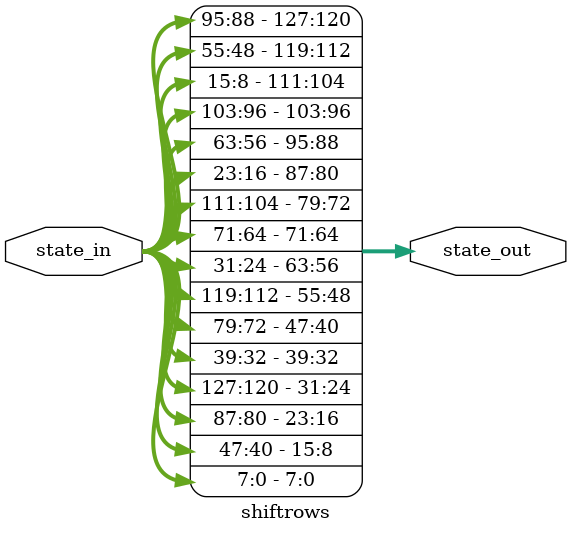
<source format=v>
/*
 * This components implements the AES ShiftRows operation
 * It represents a cyclic byte shift of the rows of the state matrix (see NIST.FIPS.197 for details)
 * Be careful with how columns/rows are stored in the state matrix!
 */

module shiftrows(state_in, state_out);
	
	input [127:0] state_in;
	output [127:0] state_out;

	assign state_out[7:0] = state_in[7:0];
	assign state_out[39:32] = state_in[39:32];
	assign state_out[71:64] = state_in[71:64];
	assign state_out[103:96] = state_in[103:96];
	
	assign state_out[15:8] = state_in[47:40];
	assign state_out[47:40] = state_in[79:72];
	assign state_out[79:72] = state_in[111:104];
	assign state_out[111:104] = state_in[15:8];
	
	assign state_out[23:16] = state_in[87:80];
	assign state_out[55:48] = state_in[119:112];
	assign state_out[87:80] = state_in[23:16];
	assign state_out[119:112] = state_in[55:48];
	
	assign state_out[31:24] = state_in[127:120];
	assign state_out[63:56] = state_in[31:24];
	assign state_out[95:88] = state_in[63:56];
	assign state_out[127:120] = state_in[95:88];
endmodule



</source>
